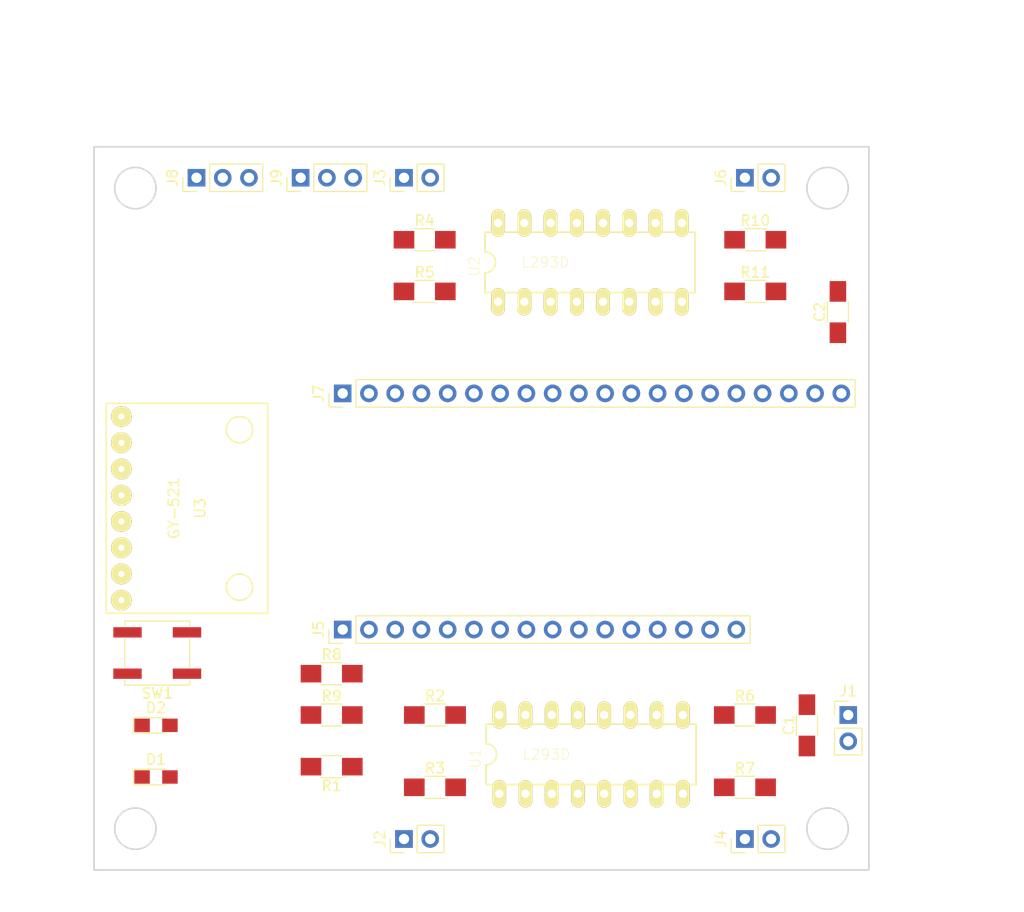
<source format=kicad_pcb>
(kicad_pcb (version 4) (host pcbnew 4.0.7)

  (general
    (links 0)
    (no_connects 55)
    (area 118.924999 70.924999 194.075001 141.075001)
    (thickness 1.6)
    (drawings 36)
    (tracks 0)
    (zones 0)
    (modules 28)
    (nets 50)
  )

  (page A4)
  (layers
    (0 F.Cu signal)
    (31 B.Cu signal)
    (32 B.Adhes user)
    (33 F.Adhes user)
    (34 B.Paste user)
    (35 F.Paste user)
    (36 B.SilkS user)
    (37 F.SilkS user)
    (38 B.Mask user)
    (39 F.Mask user)
    (40 Dwgs.User user)
    (41 Cmts.User user)
    (42 Eco1.User user)
    (43 Eco2.User user)
    (44 Edge.Cuts user)
    (45 Margin user)
    (46 B.CrtYd user)
    (47 F.CrtYd user)
    (48 B.Fab user)
    (49 F.Fab user)
  )

  (setup
    (last_trace_width 0.25)
    (user_trace_width 0.5)
    (trace_clearance 0.2)
    (zone_clearance 0.508)
    (zone_45_only no)
    (trace_min 0.2)
    (segment_width 0.2)
    (edge_width 0.15)
    (via_size 0.6)
    (via_drill 0.4)
    (via_min_size 0.4)
    (via_min_drill 0.3)
    (user_via 1.5 0.9)
    (uvia_size 0.3)
    (uvia_drill 0.1)
    (uvias_allowed no)
    (uvia_min_size 0.2)
    (uvia_min_drill 0.1)
    (pcb_text_width 0.3)
    (pcb_text_size 1.5 1.5)
    (mod_edge_width 0.15)
    (mod_text_size 1 1)
    (mod_text_width 0.15)
    (pad_size 1.524 1.524)
    (pad_drill 0.762)
    (pad_to_mask_clearance 0.2)
    (aux_axis_origin 0 0)
    (visible_elements 7FFFFFFF)
    (pcbplotparams
      (layerselection 0x00030_80000001)
      (usegerberextensions false)
      (excludeedgelayer true)
      (linewidth 0.100000)
      (plotframeref false)
      (viasonmask false)
      (mode 1)
      (useauxorigin false)
      (hpglpennumber 1)
      (hpglpenspeed 20)
      (hpglpendiameter 15)
      (hpglpenoverlay 2)
      (psnegative false)
      (psa4output false)
      (plotreference true)
      (plotvalue true)
      (plotinvisibletext false)
      (padsonsilk false)
      (subtractmaskfromsilk false)
      (outputformat 1)
      (mirror false)
      (drillshape 1)
      (scaleselection 1)
      (outputdirectory ""))
  )

  (net 0 "")
  (net 1 "Net-(D1-Pad1)")
  (net 2 BATT)
  (net 3 "Net-(D2-Pad1)")
  (net 4 "Net-(D2-Pad2)")
  (net 5 GND)
  (net 6 5V)
  (net 7 3V3)
  (net 8 "Net-(J4-Pad1)")
  (net 9 "Net-(J4-Pad2)")
  (net 10 "Net-(J6-Pad1)")
  (net 11 "Net-(J7-Pad1)")
  (net 12 EN1_A)
  (net 13 IN1_A)
  (net 14 IN2_A)
  (net 15 IN4_A)
  (net 16 IN3_A)
  (net 17 EN2_A)
  (net 18 DATA2)
  (net 19 DATA1)
  (net 20 IN1_B)
  (net 21 EN1_B)
  (net 22 IN4_B)
  (net 23 IN3_B)
  (net 24 EN2_B)
  (net 25 IN2_B)
  (net 26 "Net-(J3-Pad1)")
  (net 27 "Net-(J3-Pad2)")
  (net 28 "Net-(J2-Pad1)")
  (net 29 "Net-(J2-Pad2)")
  (net 30 "Net-(J5-Pad1)")
  (net 31 "Net-(J5-Pad2)")
  (net 32 "Net-(J6-Pad2)")
  (net 33 "Net-(J5-Pad5)")
  (net 34 "Net-(U3-Pad7)")
  (net 35 "Net-(U3-Pad8)")
  (net 36 "Net-(J7-Pad16)")
  (net 37 "Net-(J7-Pad15)")
  (net 38 "Net-(U3-Pad6)")
  (net 39 "Net-(U3-Pad5)")
  (net 40 "Net-(J5-Pad3)")
  (net 41 "Net-(J5-Pad4)")
  (net 42 "Net-(J5-Pad7)")
  (net 43 "Net-(J5-Pad8)")
  (net 44 "Net-(J7-Pad9)")
  (net 45 "Net-(J7-Pad13)")
  (net 46 "Net-(J7-Pad14)")
  (net 47 "Net-(J7-Pad17)")
  (net 48 "Net-(J7-Pad18)")
  (net 49 "Net-(J7-Pad19)")

  (net_class Default "Questo è il gruppo di collegamenti predefinito"
    (clearance 0.2)
    (trace_width 0.25)
    (via_dia 0.6)
    (via_drill 0.4)
    (uvia_dia 0.3)
    (uvia_drill 0.1)
    (add_net 3V3)
    (add_net 5V)
    (add_net BATT)
    (add_net DATA1)
    (add_net DATA2)
    (add_net EN1_A)
    (add_net EN1_B)
    (add_net EN2_A)
    (add_net EN2_B)
    (add_net GND)
    (add_net IN1_A)
    (add_net IN1_B)
    (add_net IN2_A)
    (add_net IN2_B)
    (add_net IN3_A)
    (add_net IN3_B)
    (add_net IN4_A)
    (add_net IN4_B)
    (add_net "Net-(D1-Pad1)")
    (add_net "Net-(D2-Pad1)")
    (add_net "Net-(D2-Pad2)")
    (add_net "Net-(J2-Pad1)")
    (add_net "Net-(J2-Pad2)")
    (add_net "Net-(J3-Pad1)")
    (add_net "Net-(J3-Pad2)")
    (add_net "Net-(J4-Pad1)")
    (add_net "Net-(J4-Pad2)")
    (add_net "Net-(J5-Pad1)")
    (add_net "Net-(J5-Pad2)")
    (add_net "Net-(J5-Pad3)")
    (add_net "Net-(J5-Pad4)")
    (add_net "Net-(J5-Pad5)")
    (add_net "Net-(J5-Pad7)")
    (add_net "Net-(J5-Pad8)")
    (add_net "Net-(J6-Pad1)")
    (add_net "Net-(J6-Pad2)")
    (add_net "Net-(J7-Pad1)")
    (add_net "Net-(J7-Pad13)")
    (add_net "Net-(J7-Pad14)")
    (add_net "Net-(J7-Pad15)")
    (add_net "Net-(J7-Pad16)")
    (add_net "Net-(J7-Pad17)")
    (add_net "Net-(J7-Pad18)")
    (add_net "Net-(J7-Pad19)")
    (add_net "Net-(J7-Pad9)")
    (add_net "Net-(U3-Pad5)")
    (add_net "Net-(U3-Pad6)")
    (add_net "Net-(U3-Pad7)")
    (add_net "Net-(U3-Pad8)")
  )

  (module Capacitors_SMD:C_1206_HandSoldering (layer F.Cu) (tedit 58AA84D1) (tstamp 5B055813)
    (at 188 127 90)
    (descr "Capacitor SMD 1206, hand soldering")
    (tags "capacitor 1206")
    (path /5B03EFAB)
    (attr smd)
    (fp_text reference C1 (at 0 -1.75 90) (layer F.SilkS)
      (effects (font (size 1 1) (thickness 0.15)))
    )
    (fp_text value C (at 0 2 90) (layer F.Fab)
      (effects (font (size 1 1) (thickness 0.15)))
    )
    (fp_text user %R (at 0 -1.75 90) (layer F.Fab)
      (effects (font (size 1 1) (thickness 0.15)))
    )
    (fp_line (start -1.6 0.8) (end -1.6 -0.8) (layer F.Fab) (width 0.1))
    (fp_line (start 1.6 0.8) (end -1.6 0.8) (layer F.Fab) (width 0.1))
    (fp_line (start 1.6 -0.8) (end 1.6 0.8) (layer F.Fab) (width 0.1))
    (fp_line (start -1.6 -0.8) (end 1.6 -0.8) (layer F.Fab) (width 0.1))
    (fp_line (start 1 -1.02) (end -1 -1.02) (layer F.SilkS) (width 0.12))
    (fp_line (start -1 1.02) (end 1 1.02) (layer F.SilkS) (width 0.12))
    (fp_line (start -3.25 -1.05) (end 3.25 -1.05) (layer F.CrtYd) (width 0.05))
    (fp_line (start -3.25 -1.05) (end -3.25 1.05) (layer F.CrtYd) (width 0.05))
    (fp_line (start 3.25 1.05) (end 3.25 -1.05) (layer F.CrtYd) (width 0.05))
    (fp_line (start 3.25 1.05) (end -3.25 1.05) (layer F.CrtYd) (width 0.05))
    (pad 1 smd rect (at -2 0 90) (size 2 1.6) (layers F.Cu F.Paste F.Mask)
      (net 2 BATT))
    (pad 2 smd rect (at 2 0 90) (size 2 1.6) (layers F.Cu F.Paste F.Mask)
      (net 5 GND))
    (model Capacitors_SMD.3dshapes/C_1206.wrl
      (at (xyz 0 0 0))
      (scale (xyz 1 1 1))
      (rotate (xyz 0 0 0))
    )
  )

  (module Capacitors_SMD:C_1206_HandSoldering (layer F.Cu) (tedit 58AA84D1) (tstamp 5B055819)
    (at 191 87 90)
    (descr "Capacitor SMD 1206, hand soldering")
    (tags "capacitor 1206")
    (path /5B054107)
    (attr smd)
    (fp_text reference C2 (at 0 -1.75 90) (layer F.SilkS)
      (effects (font (size 1 1) (thickness 0.15)))
    )
    (fp_text value C (at 0 2 90) (layer F.Fab)
      (effects (font (size 1 1) (thickness 0.15)))
    )
    (fp_text user %R (at 0 -1.75 90) (layer F.Fab)
      (effects (font (size 1 1) (thickness 0.15)))
    )
    (fp_line (start -1.6 0.8) (end -1.6 -0.8) (layer F.Fab) (width 0.1))
    (fp_line (start 1.6 0.8) (end -1.6 0.8) (layer F.Fab) (width 0.1))
    (fp_line (start 1.6 -0.8) (end 1.6 0.8) (layer F.Fab) (width 0.1))
    (fp_line (start -1.6 -0.8) (end 1.6 -0.8) (layer F.Fab) (width 0.1))
    (fp_line (start 1 -1.02) (end -1 -1.02) (layer F.SilkS) (width 0.12))
    (fp_line (start -1 1.02) (end 1 1.02) (layer F.SilkS) (width 0.12))
    (fp_line (start -3.25 -1.05) (end 3.25 -1.05) (layer F.CrtYd) (width 0.05))
    (fp_line (start -3.25 -1.05) (end -3.25 1.05) (layer F.CrtYd) (width 0.05))
    (fp_line (start 3.25 1.05) (end 3.25 -1.05) (layer F.CrtYd) (width 0.05))
    (fp_line (start 3.25 1.05) (end -3.25 1.05) (layer F.CrtYd) (width 0.05))
    (pad 1 smd rect (at -2 0 90) (size 2 1.6) (layers F.Cu F.Paste F.Mask)
      (net 6 5V))
    (pad 2 smd rect (at 2 0 90) (size 2 1.6) (layers F.Cu F.Paste F.Mask)
      (net 5 GND))
    (model Capacitors_SMD.3dshapes/C_1206.wrl
      (at (xyz 0 0 0))
      (scale (xyz 1 1 1))
      (rotate (xyz 0 0 0))
    )
  )

  (module LEDs:LED_0805_HandSoldering (layer F.Cu) (tedit 595FCA25) (tstamp 5B05581F)
    (at 125 132)
    (descr "Resistor SMD 0805, hand soldering")
    (tags "resistor 0805")
    (path /5B03ABE4)
    (attr smd)
    (fp_text reference D1 (at 0 -1.7) (layer F.SilkS)
      (effects (font (size 1 1) (thickness 0.15)))
    )
    (fp_text value LED (at 0 1.75) (layer F.Fab)
      (effects (font (size 1 1) (thickness 0.15)))
    )
    (fp_line (start -0.4 -0.4) (end -0.4 0.4) (layer F.Fab) (width 0.1))
    (fp_line (start -0.4 0) (end 0.2 -0.4) (layer F.Fab) (width 0.1))
    (fp_line (start 0.2 0.4) (end -0.4 0) (layer F.Fab) (width 0.1))
    (fp_line (start 0.2 -0.4) (end 0.2 0.4) (layer F.Fab) (width 0.1))
    (fp_line (start -1 0.62) (end -1 -0.62) (layer F.Fab) (width 0.1))
    (fp_line (start 1 0.62) (end -1 0.62) (layer F.Fab) (width 0.1))
    (fp_line (start 1 -0.62) (end 1 0.62) (layer F.Fab) (width 0.1))
    (fp_line (start -1 -0.62) (end 1 -0.62) (layer F.Fab) (width 0.1))
    (fp_line (start 1 0.75) (end -2.2 0.75) (layer F.SilkS) (width 0.12))
    (fp_line (start -2.2 -0.75) (end 1 -0.75) (layer F.SilkS) (width 0.12))
    (fp_line (start -2.35 -0.9) (end 2.35 -0.9) (layer F.CrtYd) (width 0.05))
    (fp_line (start -2.35 -0.9) (end -2.35 0.9) (layer F.CrtYd) (width 0.05))
    (fp_line (start 2.35 0.9) (end 2.35 -0.9) (layer F.CrtYd) (width 0.05))
    (fp_line (start 2.35 0.9) (end -2.35 0.9) (layer F.CrtYd) (width 0.05))
    (fp_line (start -2.2 -0.75) (end -2.2 0.75) (layer F.SilkS) (width 0.12))
    (pad 1 smd rect (at -1.35 0) (size 1.5 1.3) (layers F.Cu F.Paste F.Mask)
      (net 1 "Net-(D1-Pad1)"))
    (pad 2 smd rect (at 1.35 0) (size 1.5 1.3) (layers F.Cu F.Paste F.Mask)
      (net 2 BATT))
    (model ${KISYS3DMOD}/LEDs.3dshapes/LED_0805.wrl
      (at (xyz 0 0 0))
      (scale (xyz 1 1 1))
      (rotate (xyz 0 0 0))
    )
  )

  (module LEDs:LED_0805_HandSoldering (layer F.Cu) (tedit 595FCA25) (tstamp 5B055825)
    (at 125 127)
    (descr "Resistor SMD 0805, hand soldering")
    (tags "resistor 0805")
    (path /5B0382B4)
    (attr smd)
    (fp_text reference D2 (at 0 -1.7) (layer F.SilkS)
      (effects (font (size 1 1) (thickness 0.15)))
    )
    (fp_text value LED (at 0 1.75) (layer F.Fab)
      (effects (font (size 1 1) (thickness 0.15)))
    )
    (fp_line (start -0.4 -0.4) (end -0.4 0.4) (layer F.Fab) (width 0.1))
    (fp_line (start -0.4 0) (end 0.2 -0.4) (layer F.Fab) (width 0.1))
    (fp_line (start 0.2 0.4) (end -0.4 0) (layer F.Fab) (width 0.1))
    (fp_line (start 0.2 -0.4) (end 0.2 0.4) (layer F.Fab) (width 0.1))
    (fp_line (start -1 0.62) (end -1 -0.62) (layer F.Fab) (width 0.1))
    (fp_line (start 1 0.62) (end -1 0.62) (layer F.Fab) (width 0.1))
    (fp_line (start 1 -0.62) (end 1 0.62) (layer F.Fab) (width 0.1))
    (fp_line (start -1 -0.62) (end 1 -0.62) (layer F.Fab) (width 0.1))
    (fp_line (start 1 0.75) (end -2.2 0.75) (layer F.SilkS) (width 0.12))
    (fp_line (start -2.2 -0.75) (end 1 -0.75) (layer F.SilkS) (width 0.12))
    (fp_line (start -2.35 -0.9) (end 2.35 -0.9) (layer F.CrtYd) (width 0.05))
    (fp_line (start -2.35 -0.9) (end -2.35 0.9) (layer F.CrtYd) (width 0.05))
    (fp_line (start 2.35 0.9) (end 2.35 -0.9) (layer F.CrtYd) (width 0.05))
    (fp_line (start 2.35 0.9) (end -2.35 0.9) (layer F.CrtYd) (width 0.05))
    (fp_line (start -2.2 -0.75) (end -2.2 0.75) (layer F.SilkS) (width 0.12))
    (pad 1 smd rect (at -1.35 0) (size 1.5 1.3) (layers F.Cu F.Paste F.Mask)
      (net 3 "Net-(D2-Pad1)"))
    (pad 2 smd rect (at 1.35 0) (size 1.5 1.3) (layers F.Cu F.Paste F.Mask)
      (net 4 "Net-(D2-Pad2)"))
    (model ${KISYS3DMOD}/LEDs.3dshapes/LED_0805.wrl
      (at (xyz 0 0 0))
      (scale (xyz 1 1 1))
      (rotate (xyz 0 0 0))
    )
  )

  (module Pin_Headers:Pin_Header_Straight_1x02_Pitch2.54mm (layer F.Cu) (tedit 59650532) (tstamp 5B05582B)
    (at 192 126)
    (descr "Through hole straight pin header, 1x02, 2.54mm pitch, single row")
    (tags "Through hole pin header THT 1x02 2.54mm single row")
    (path /5B037C12)
    (fp_text reference J1 (at 0 -2.33) (layer F.SilkS)
      (effects (font (size 1 1) (thickness 0.15)))
    )
    (fp_text value Conn_01x02 (at 0 4.87) (layer F.Fab)
      (effects (font (size 1 1) (thickness 0.15)))
    )
    (fp_line (start -0.635 -1.27) (end 1.27 -1.27) (layer F.Fab) (width 0.1))
    (fp_line (start 1.27 -1.27) (end 1.27 3.81) (layer F.Fab) (width 0.1))
    (fp_line (start 1.27 3.81) (end -1.27 3.81) (layer F.Fab) (width 0.1))
    (fp_line (start -1.27 3.81) (end -1.27 -0.635) (layer F.Fab) (width 0.1))
    (fp_line (start -1.27 -0.635) (end -0.635 -1.27) (layer F.Fab) (width 0.1))
    (fp_line (start -1.33 3.87) (end 1.33 3.87) (layer F.SilkS) (width 0.12))
    (fp_line (start -1.33 1.27) (end -1.33 3.87) (layer F.SilkS) (width 0.12))
    (fp_line (start 1.33 1.27) (end 1.33 3.87) (layer F.SilkS) (width 0.12))
    (fp_line (start -1.33 1.27) (end 1.33 1.27) (layer F.SilkS) (width 0.12))
    (fp_line (start -1.33 0) (end -1.33 -1.33) (layer F.SilkS) (width 0.12))
    (fp_line (start -1.33 -1.33) (end 0 -1.33) (layer F.SilkS) (width 0.12))
    (fp_line (start -1.8 -1.8) (end -1.8 4.35) (layer F.CrtYd) (width 0.05))
    (fp_line (start -1.8 4.35) (end 1.8 4.35) (layer F.CrtYd) (width 0.05))
    (fp_line (start 1.8 4.35) (end 1.8 -1.8) (layer F.CrtYd) (width 0.05))
    (fp_line (start 1.8 -1.8) (end -1.8 -1.8) (layer F.CrtYd) (width 0.05))
    (fp_text user %R (at 0 1.27 90) (layer F.Fab)
      (effects (font (size 1 1) (thickness 0.15)))
    )
    (pad 1 thru_hole rect (at 0 0) (size 1.7 1.7) (drill 1) (layers *.Cu *.Mask)
      (net 2 BATT))
    (pad 2 thru_hole oval (at 0 2.54) (size 1.7 1.7) (drill 1) (layers *.Cu *.Mask)
      (net 5 GND))
    (model ${KISYS3DMOD}/Pin_Headers.3dshapes/Pin_Header_Straight_1x02_Pitch2.54mm.wrl
      (at (xyz 0 0 0))
      (scale (xyz 1 1 1))
      (rotate (xyz 0 0 0))
    )
  )

  (module Pin_Headers:Pin_Header_Straight_1x02_Pitch2.54mm (layer F.Cu) (tedit 59650532) (tstamp 5B055831)
    (at 149 138 90)
    (descr "Through hole straight pin header, 1x02, 2.54mm pitch, single row")
    (tags "Through hole pin header THT 1x02 2.54mm single row")
    (path /5B03776A)
    (fp_text reference J2 (at 0 -2.33 90) (layer F.SilkS)
      (effects (font (size 1 1) (thickness 0.15)))
    )
    (fp_text value Conn_01x02 (at 0 4.87 90) (layer F.Fab)
      (effects (font (size 1 1) (thickness 0.15)))
    )
    (fp_line (start -0.635 -1.27) (end 1.27 -1.27) (layer F.Fab) (width 0.1))
    (fp_line (start 1.27 -1.27) (end 1.27 3.81) (layer F.Fab) (width 0.1))
    (fp_line (start 1.27 3.81) (end -1.27 3.81) (layer F.Fab) (width 0.1))
    (fp_line (start -1.27 3.81) (end -1.27 -0.635) (layer F.Fab) (width 0.1))
    (fp_line (start -1.27 -0.635) (end -0.635 -1.27) (layer F.Fab) (width 0.1))
    (fp_line (start -1.33 3.87) (end 1.33 3.87) (layer F.SilkS) (width 0.12))
    (fp_line (start -1.33 1.27) (end -1.33 3.87) (layer F.SilkS) (width 0.12))
    (fp_line (start 1.33 1.27) (end 1.33 3.87) (layer F.SilkS) (width 0.12))
    (fp_line (start -1.33 1.27) (end 1.33 1.27) (layer F.SilkS) (width 0.12))
    (fp_line (start -1.33 0) (end -1.33 -1.33) (layer F.SilkS) (width 0.12))
    (fp_line (start -1.33 -1.33) (end 0 -1.33) (layer F.SilkS) (width 0.12))
    (fp_line (start -1.8 -1.8) (end -1.8 4.35) (layer F.CrtYd) (width 0.05))
    (fp_line (start -1.8 4.35) (end 1.8 4.35) (layer F.CrtYd) (width 0.05))
    (fp_line (start 1.8 4.35) (end 1.8 -1.8) (layer F.CrtYd) (width 0.05))
    (fp_line (start 1.8 -1.8) (end -1.8 -1.8) (layer F.CrtYd) (width 0.05))
    (fp_text user %R (at 0 1.27 180) (layer F.Fab)
      (effects (font (size 1 1) (thickness 0.15)))
    )
    (pad 1 thru_hole rect (at 0 0 90) (size 1.7 1.7) (drill 1) (layers *.Cu *.Mask)
      (net 28 "Net-(J2-Pad1)"))
    (pad 2 thru_hole oval (at 0 2.54 90) (size 1.7 1.7) (drill 1) (layers *.Cu *.Mask)
      (net 29 "Net-(J2-Pad2)"))
    (model ${KISYS3DMOD}/Pin_Headers.3dshapes/Pin_Header_Straight_1x02_Pitch2.54mm.wrl
      (at (xyz 0 0 0))
      (scale (xyz 1 1 1))
      (rotate (xyz 0 0 0))
    )
  )

  (module Pin_Headers:Pin_Header_Straight_1x02_Pitch2.54mm (layer F.Cu) (tedit 59650532) (tstamp 5B055837)
    (at 149 74 90)
    (descr "Through hole straight pin header, 1x02, 2.54mm pitch, single row")
    (tags "Through hole pin header THT 1x02 2.54mm single row")
    (path /5B034DEC)
    (fp_text reference J3 (at 0 -2.33 90) (layer F.SilkS)
      (effects (font (size 1 1) (thickness 0.15)))
    )
    (fp_text value Conn_01x02 (at 0 4.87 90) (layer F.Fab)
      (effects (font (size 1 1) (thickness 0.15)))
    )
    (fp_line (start -0.635 -1.27) (end 1.27 -1.27) (layer F.Fab) (width 0.1))
    (fp_line (start 1.27 -1.27) (end 1.27 3.81) (layer F.Fab) (width 0.1))
    (fp_line (start 1.27 3.81) (end -1.27 3.81) (layer F.Fab) (width 0.1))
    (fp_line (start -1.27 3.81) (end -1.27 -0.635) (layer F.Fab) (width 0.1))
    (fp_line (start -1.27 -0.635) (end -0.635 -1.27) (layer F.Fab) (width 0.1))
    (fp_line (start -1.33 3.87) (end 1.33 3.87) (layer F.SilkS) (width 0.12))
    (fp_line (start -1.33 1.27) (end -1.33 3.87) (layer F.SilkS) (width 0.12))
    (fp_line (start 1.33 1.27) (end 1.33 3.87) (layer F.SilkS) (width 0.12))
    (fp_line (start -1.33 1.27) (end 1.33 1.27) (layer F.SilkS) (width 0.12))
    (fp_line (start -1.33 0) (end -1.33 -1.33) (layer F.SilkS) (width 0.12))
    (fp_line (start -1.33 -1.33) (end 0 -1.33) (layer F.SilkS) (width 0.12))
    (fp_line (start -1.8 -1.8) (end -1.8 4.35) (layer F.CrtYd) (width 0.05))
    (fp_line (start -1.8 4.35) (end 1.8 4.35) (layer F.CrtYd) (width 0.05))
    (fp_line (start 1.8 4.35) (end 1.8 -1.8) (layer F.CrtYd) (width 0.05))
    (fp_line (start 1.8 -1.8) (end -1.8 -1.8) (layer F.CrtYd) (width 0.05))
    (fp_text user %R (at 0 1.27 180) (layer F.Fab)
      (effects (font (size 1 1) (thickness 0.15)))
    )
    (pad 1 thru_hole rect (at 0 0 90) (size 1.7 1.7) (drill 1) (layers *.Cu *.Mask)
      (net 26 "Net-(J3-Pad1)"))
    (pad 2 thru_hole oval (at 0 2.54 90) (size 1.7 1.7) (drill 1) (layers *.Cu *.Mask)
      (net 27 "Net-(J3-Pad2)"))
    (model ${KISYS3DMOD}/Pin_Headers.3dshapes/Pin_Header_Straight_1x02_Pitch2.54mm.wrl
      (at (xyz 0 0 0))
      (scale (xyz 1 1 1))
      (rotate (xyz 0 0 0))
    )
  )

  (module Pin_Headers:Pin_Header_Straight_1x02_Pitch2.54mm (layer F.Cu) (tedit 59650532) (tstamp 5B05583D)
    (at 182 138 90)
    (descr "Through hole straight pin header, 1x02, 2.54mm pitch, single row")
    (tags "Through hole pin header THT 1x02 2.54mm single row")
    (path /5B036CAE)
    (fp_text reference J4 (at 0 -2.33 90) (layer F.SilkS)
      (effects (font (size 1 1) (thickness 0.15)))
    )
    (fp_text value Conn_01x02 (at 0 4.87 90) (layer F.Fab)
      (effects (font (size 1 1) (thickness 0.15)))
    )
    (fp_line (start -0.635 -1.27) (end 1.27 -1.27) (layer F.Fab) (width 0.1))
    (fp_line (start 1.27 -1.27) (end 1.27 3.81) (layer F.Fab) (width 0.1))
    (fp_line (start 1.27 3.81) (end -1.27 3.81) (layer F.Fab) (width 0.1))
    (fp_line (start -1.27 3.81) (end -1.27 -0.635) (layer F.Fab) (width 0.1))
    (fp_line (start -1.27 -0.635) (end -0.635 -1.27) (layer F.Fab) (width 0.1))
    (fp_line (start -1.33 3.87) (end 1.33 3.87) (layer F.SilkS) (width 0.12))
    (fp_line (start -1.33 1.27) (end -1.33 3.87) (layer F.SilkS) (width 0.12))
    (fp_line (start 1.33 1.27) (end 1.33 3.87) (layer F.SilkS) (width 0.12))
    (fp_line (start -1.33 1.27) (end 1.33 1.27) (layer F.SilkS) (width 0.12))
    (fp_line (start -1.33 0) (end -1.33 -1.33) (layer F.SilkS) (width 0.12))
    (fp_line (start -1.33 -1.33) (end 0 -1.33) (layer F.SilkS) (width 0.12))
    (fp_line (start -1.8 -1.8) (end -1.8 4.35) (layer F.CrtYd) (width 0.05))
    (fp_line (start -1.8 4.35) (end 1.8 4.35) (layer F.CrtYd) (width 0.05))
    (fp_line (start 1.8 4.35) (end 1.8 -1.8) (layer F.CrtYd) (width 0.05))
    (fp_line (start 1.8 -1.8) (end -1.8 -1.8) (layer F.CrtYd) (width 0.05))
    (fp_text user %R (at 0 1.27 180) (layer F.Fab)
      (effects (font (size 1 1) (thickness 0.15)))
    )
    (pad 1 thru_hole rect (at 0 0 90) (size 1.7 1.7) (drill 1) (layers *.Cu *.Mask)
      (net 8 "Net-(J4-Pad1)"))
    (pad 2 thru_hole oval (at 0 2.54 90) (size 1.7 1.7) (drill 1) (layers *.Cu *.Mask)
      (net 9 "Net-(J4-Pad2)"))
    (model ${KISYS3DMOD}/Pin_Headers.3dshapes/Pin_Header_Straight_1x02_Pitch2.54mm.wrl
      (at (xyz 0 0 0))
      (scale (xyz 1 1 1))
      (rotate (xyz 0 0 0))
    )
  )

  (module Socket_Strips:Socket_Strip_Straight_1x16_Pitch2.54mm (layer F.Cu) (tedit 58CD5446) (tstamp 5B055851)
    (at 143.07 117.73 90)
    (descr "Through hole straight socket strip, 1x16, 2.54mm pitch, single row")
    (tags "Through hole socket strip THT 1x16 2.54mm single row")
    (path /5B053A6F)
    (fp_text reference J5 (at 0 -2.33 90) (layer F.SilkS)
      (effects (font (size 1 1) (thickness 0.15)))
    )
    (fp_text value Conn_01x16_Female (at 0 40.43 90) (layer F.Fab)
      (effects (font (size 1 1) (thickness 0.15)))
    )
    (fp_line (start -1.27 -1.27) (end -1.27 39.37) (layer F.Fab) (width 0.1))
    (fp_line (start -1.27 39.37) (end 1.27 39.37) (layer F.Fab) (width 0.1))
    (fp_line (start 1.27 39.37) (end 1.27 -1.27) (layer F.Fab) (width 0.1))
    (fp_line (start 1.27 -1.27) (end -1.27 -1.27) (layer F.Fab) (width 0.1))
    (fp_line (start -1.33 1.27) (end -1.33 39.43) (layer F.SilkS) (width 0.12))
    (fp_line (start -1.33 39.43) (end 1.33 39.43) (layer F.SilkS) (width 0.12))
    (fp_line (start 1.33 39.43) (end 1.33 1.27) (layer F.SilkS) (width 0.12))
    (fp_line (start 1.33 1.27) (end -1.33 1.27) (layer F.SilkS) (width 0.12))
    (fp_line (start -1.33 0) (end -1.33 -1.33) (layer F.SilkS) (width 0.12))
    (fp_line (start -1.33 -1.33) (end 0 -1.33) (layer F.SilkS) (width 0.12))
    (fp_line (start -1.8 -1.8) (end -1.8 39.9) (layer F.CrtYd) (width 0.05))
    (fp_line (start -1.8 39.9) (end 1.8 39.9) (layer F.CrtYd) (width 0.05))
    (fp_line (start 1.8 39.9) (end 1.8 -1.8) (layer F.CrtYd) (width 0.05))
    (fp_line (start 1.8 -1.8) (end -1.8 -1.8) (layer F.CrtYd) (width 0.05))
    (fp_text user %R (at 0 -2.33 90) (layer F.Fab)
      (effects (font (size 1 1) (thickness 0.15)))
    )
    (pad 1 thru_hole rect (at 0 0 90) (size 1.7 1.7) (drill 1) (layers *.Cu *.Mask)
      (net 30 "Net-(J5-Pad1)"))
    (pad 2 thru_hole oval (at 0 2.54 90) (size 1.7 1.7) (drill 1) (layers *.Cu *.Mask)
      (net 31 "Net-(J5-Pad2)"))
    (pad 3 thru_hole oval (at 0 5.08 90) (size 1.7 1.7) (drill 1) (layers *.Cu *.Mask)
      (net 40 "Net-(J5-Pad3)"))
    (pad 4 thru_hole oval (at 0 7.62 90) (size 1.7 1.7) (drill 1) (layers *.Cu *.Mask)
      (net 41 "Net-(J5-Pad4)"))
    (pad 5 thru_hole oval (at 0 10.16 90) (size 1.7 1.7) (drill 1) (layers *.Cu *.Mask)
      (net 33 "Net-(J5-Pad5)"))
    (pad 6 thru_hole oval (at 0 12.7 90) (size 1.7 1.7) (drill 1) (layers *.Cu *.Mask)
      (net 4 "Net-(D2-Pad2)"))
    (pad 7 thru_hole oval (at 0 15.24 90) (size 1.7 1.7) (drill 1) (layers *.Cu *.Mask)
      (net 42 "Net-(J5-Pad7)"))
    (pad 8 thru_hole oval (at 0 17.78 90) (size 1.7 1.7) (drill 1) (layers *.Cu *.Mask)
      (net 43 "Net-(J5-Pad8)"))
    (pad 9 thru_hole oval (at 0 20.32 90) (size 1.7 1.7) (drill 1) (layers *.Cu *.Mask)
      (net 12 EN1_A))
    (pad 10 thru_hole oval (at 0 22.86 90) (size 1.7 1.7) (drill 1) (layers *.Cu *.Mask)
      (net 13 IN1_A))
    (pad 11 thru_hole oval (at 0 25.4 90) (size 1.7 1.7) (drill 1) (layers *.Cu *.Mask)
      (net 14 IN2_A))
    (pad 12 thru_hole oval (at 0 27.94 90) (size 1.7 1.7) (drill 1) (layers *.Cu *.Mask)
      (net 15 IN4_A))
    (pad 13 thru_hole oval (at 0 30.48 90) (size 1.7 1.7) (drill 1) (layers *.Cu *.Mask)
      (net 16 IN3_A))
    (pad 14 thru_hole oval (at 0 33.02 90) (size 1.7 1.7) (drill 1) (layers *.Cu *.Mask)
      (net 17 EN2_A))
    (pad 15 thru_hole oval (at 0 35.56 90) (size 1.7 1.7) (drill 1) (layers *.Cu *.Mask)
      (net 6 5V))
    (pad 16 thru_hole oval (at 0 38.1 90) (size 1.7 1.7) (drill 1) (layers *.Cu *.Mask)
      (net 5 GND))
    (model ${KISYS3DMOD}/Socket_Strips.3dshapes/Socket_Strip_Straight_1x16_Pitch2.54mm.wrl
      (at (xyz 0 -0.75 0))
      (scale (xyz 1 1 1))
      (rotate (xyz 0 0 270))
    )
  )

  (module Pin_Headers:Pin_Header_Straight_1x02_Pitch2.54mm (layer F.Cu) (tedit 59650532) (tstamp 5B055857)
    (at 182 74 90)
    (descr "Through hole straight pin header, 1x02, 2.54mm pitch, single row")
    (tags "Through hole pin header THT 1x02 2.54mm single row")
    (path /5B034C51)
    (fp_text reference J6 (at 0 -2.33 90) (layer F.SilkS)
      (effects (font (size 1 1) (thickness 0.15)))
    )
    (fp_text value Conn_01x02 (at 0 4.87 90) (layer F.Fab)
      (effects (font (size 1 1) (thickness 0.15)))
    )
    (fp_line (start -0.635 -1.27) (end 1.27 -1.27) (layer F.Fab) (width 0.1))
    (fp_line (start 1.27 -1.27) (end 1.27 3.81) (layer F.Fab) (width 0.1))
    (fp_line (start 1.27 3.81) (end -1.27 3.81) (layer F.Fab) (width 0.1))
    (fp_line (start -1.27 3.81) (end -1.27 -0.635) (layer F.Fab) (width 0.1))
    (fp_line (start -1.27 -0.635) (end -0.635 -1.27) (layer F.Fab) (width 0.1))
    (fp_line (start -1.33 3.87) (end 1.33 3.87) (layer F.SilkS) (width 0.12))
    (fp_line (start -1.33 1.27) (end -1.33 3.87) (layer F.SilkS) (width 0.12))
    (fp_line (start 1.33 1.27) (end 1.33 3.87) (layer F.SilkS) (width 0.12))
    (fp_line (start -1.33 1.27) (end 1.33 1.27) (layer F.SilkS) (width 0.12))
    (fp_line (start -1.33 0) (end -1.33 -1.33) (layer F.SilkS) (width 0.12))
    (fp_line (start -1.33 -1.33) (end 0 -1.33) (layer F.SilkS) (width 0.12))
    (fp_line (start -1.8 -1.8) (end -1.8 4.35) (layer F.CrtYd) (width 0.05))
    (fp_line (start -1.8 4.35) (end 1.8 4.35) (layer F.CrtYd) (width 0.05))
    (fp_line (start 1.8 4.35) (end 1.8 -1.8) (layer F.CrtYd) (width 0.05))
    (fp_line (start 1.8 -1.8) (end -1.8 -1.8) (layer F.CrtYd) (width 0.05))
    (fp_text user %R (at 0 1.27 180) (layer F.Fab)
      (effects (font (size 1 1) (thickness 0.15)))
    )
    (pad 1 thru_hole rect (at 0 0 90) (size 1.7 1.7) (drill 1) (layers *.Cu *.Mask)
      (net 10 "Net-(J6-Pad1)"))
    (pad 2 thru_hole oval (at 0 2.54 90) (size 1.7 1.7) (drill 1) (layers *.Cu *.Mask)
      (net 32 "Net-(J6-Pad2)"))
    (model ${KISYS3DMOD}/Pin_Headers.3dshapes/Pin_Header_Straight_1x02_Pitch2.54mm.wrl
      (at (xyz 0 0 0))
      (scale (xyz 1 1 1))
      (rotate (xyz 0 0 0))
    )
  )

  (module Socket_Strips:Socket_Strip_Straight_1x20_Pitch2.54mm (layer F.Cu) (tedit 58CD5447) (tstamp 5B05586F)
    (at 143.07 94.87 90)
    (descr "Through hole straight socket strip, 1x20, 2.54mm pitch, single row")
    (tags "Through hole socket strip THT 1x20 2.54mm single row")
    (path /5B03D2A3)
    (fp_text reference J7 (at 0 -2.33 90) (layer F.SilkS)
      (effects (font (size 1 1) (thickness 0.15)))
    )
    (fp_text value Conn_01x20_Female (at 0 50.59 90) (layer F.Fab)
      (effects (font (size 1 1) (thickness 0.15)))
    )
    (fp_line (start -1.27 -1.27) (end -1.27 49.53) (layer F.Fab) (width 0.1))
    (fp_line (start -1.27 49.53) (end 1.27 49.53) (layer F.Fab) (width 0.1))
    (fp_line (start 1.27 49.53) (end 1.27 -1.27) (layer F.Fab) (width 0.1))
    (fp_line (start 1.27 -1.27) (end -1.27 -1.27) (layer F.Fab) (width 0.1))
    (fp_line (start -1.33 1.27) (end -1.33 49.59) (layer F.SilkS) (width 0.12))
    (fp_line (start -1.33 49.59) (end 1.33 49.59) (layer F.SilkS) (width 0.12))
    (fp_line (start 1.33 49.59) (end 1.33 1.27) (layer F.SilkS) (width 0.12))
    (fp_line (start 1.33 1.27) (end -1.33 1.27) (layer F.SilkS) (width 0.12))
    (fp_line (start -1.33 0) (end -1.33 -1.33) (layer F.SilkS) (width 0.12))
    (fp_line (start -1.33 -1.33) (end 0 -1.33) (layer F.SilkS) (width 0.12))
    (fp_line (start -1.8 -1.8) (end -1.8 50.05) (layer F.CrtYd) (width 0.05))
    (fp_line (start -1.8 50.05) (end 1.8 50.05) (layer F.CrtYd) (width 0.05))
    (fp_line (start 1.8 50.05) (end 1.8 -1.8) (layer F.CrtYd) (width 0.05))
    (fp_line (start 1.8 -1.8) (end -1.8 -1.8) (layer F.CrtYd) (width 0.05))
    (fp_text user %R (at 0 -2.33 90) (layer F.Fab)
      (effects (font (size 1 1) (thickness 0.15)))
    )
    (pad 1 thru_hole rect (at 0 0 90) (size 1.7 1.7) (drill 1) (layers *.Cu *.Mask)
      (net 11 "Net-(J7-Pad1)"))
    (pad 2 thru_hole oval (at 0 2.54 90) (size 1.7 1.7) (drill 1) (layers *.Cu *.Mask)
      (net 18 DATA2))
    (pad 3 thru_hole oval (at 0 5.08 90) (size 1.7 1.7) (drill 1) (layers *.Cu *.Mask)
      (net 5 GND))
    (pad 4 thru_hole oval (at 0 7.62 90) (size 1.7 1.7) (drill 1) (layers *.Cu *.Mask)
      (net 19 DATA1))
    (pad 5 thru_hole oval (at 0 10.16 90) (size 1.7 1.7) (drill 1) (layers *.Cu *.Mask)
      (net 20 IN1_B))
    (pad 6 thru_hole oval (at 0 12.7 90) (size 1.7 1.7) (drill 1) (layers *.Cu *.Mask)
      (net 21 EN1_B))
    (pad 7 thru_hole oval (at 0 15.24 90) (size 1.7 1.7) (drill 1) (layers *.Cu *.Mask)
      (net 22 IN4_B))
    (pad 8 thru_hole oval (at 0 17.78 90) (size 1.7 1.7) (drill 1) (layers *.Cu *.Mask)
      (net 7 3V3))
    (pad 9 thru_hole oval (at 0 20.32 90) (size 1.7 1.7) (drill 1) (layers *.Cu *.Mask)
      (net 44 "Net-(J7-Pad9)"))
    (pad 10 thru_hole oval (at 0 22.86 90) (size 1.7 1.7) (drill 1) (layers *.Cu *.Mask)
      (net 23 IN3_B))
    (pad 11 thru_hole oval (at 0 25.4 90) (size 1.7 1.7) (drill 1) (layers *.Cu *.Mask)
      (net 24 EN2_B))
    (pad 12 thru_hole oval (at 0 27.94 90) (size 1.7 1.7) (drill 1) (layers *.Cu *.Mask)
      (net 25 IN2_B))
    (pad 13 thru_hole oval (at 0 30.48 90) (size 1.7 1.7) (drill 1) (layers *.Cu *.Mask)
      (net 45 "Net-(J7-Pad13)"))
    (pad 14 thru_hole oval (at 0 33.02 90) (size 1.7 1.7) (drill 1) (layers *.Cu *.Mask)
      (net 46 "Net-(J7-Pad14)"))
    (pad 15 thru_hole oval (at 0 35.56 90) (size 1.7 1.7) (drill 1) (layers *.Cu *.Mask)
      (net 37 "Net-(J7-Pad15)"))
    (pad 16 thru_hole oval (at 0 38.1 90) (size 1.7 1.7) (drill 1) (layers *.Cu *.Mask)
      (net 36 "Net-(J7-Pad16)"))
    (pad 17 thru_hole oval (at 0 40.64 90) (size 1.7 1.7) (drill 1) (layers *.Cu *.Mask)
      (net 47 "Net-(J7-Pad17)"))
    (pad 18 thru_hole oval (at 0 43.18 90) (size 1.7 1.7) (drill 1) (layers *.Cu *.Mask)
      (net 48 "Net-(J7-Pad18)"))
    (pad 19 thru_hole oval (at 0 45.72 90) (size 1.7 1.7) (drill 1) (layers *.Cu *.Mask)
      (net 49 "Net-(J7-Pad19)"))
    (pad 20 thru_hole oval (at 0 48.26 90) (size 1.7 1.7) (drill 1) (layers *.Cu *.Mask)
      (net 5 GND))
    (model ${KISYS3DMOD}/Socket_Strips.3dshapes/Socket_Strip_Straight_1x20_Pitch2.54mm.wrl
      (at (xyz 0 -0.95 0))
      (scale (xyz 1 1 1))
      (rotate (xyz 0 0 270))
    )
  )

  (module Pin_Headers:Pin_Header_Straight_1x03_Pitch2.54mm (layer F.Cu) (tedit 59650532) (tstamp 5B055876)
    (at 128.92 74 90)
    (descr "Through hole straight pin header, 1x03, 2.54mm pitch, single row")
    (tags "Through hole pin header THT 1x03 2.54mm single row")
    (path /5B03974B)
    (fp_text reference J8 (at 0 -2.33 90) (layer F.SilkS)
      (effects (font (size 1 1) (thickness 0.15)))
    )
    (fp_text value Conn_01x03 (at 0 7.41 90) (layer F.Fab)
      (effects (font (size 1 1) (thickness 0.15)))
    )
    (fp_line (start -0.635 -1.27) (end 1.27 -1.27) (layer F.Fab) (width 0.1))
    (fp_line (start 1.27 -1.27) (end 1.27 6.35) (layer F.Fab) (width 0.1))
    (fp_line (start 1.27 6.35) (end -1.27 6.35) (layer F.Fab) (width 0.1))
    (fp_line (start -1.27 6.35) (end -1.27 -0.635) (layer F.Fab) (width 0.1))
    (fp_line (start -1.27 -0.635) (end -0.635 -1.27) (layer F.Fab) (width 0.1))
    (fp_line (start -1.33 6.41) (end 1.33 6.41) (layer F.SilkS) (width 0.12))
    (fp_line (start -1.33 1.27) (end -1.33 6.41) (layer F.SilkS) (width 0.12))
    (fp_line (start 1.33 1.27) (end 1.33 6.41) (layer F.SilkS) (width 0.12))
    (fp_line (start -1.33 1.27) (end 1.33 1.27) (layer F.SilkS) (width 0.12))
    (fp_line (start -1.33 0) (end -1.33 -1.33) (layer F.SilkS) (width 0.12))
    (fp_line (start -1.33 -1.33) (end 0 -1.33) (layer F.SilkS) (width 0.12))
    (fp_line (start -1.8 -1.8) (end -1.8 6.85) (layer F.CrtYd) (width 0.05))
    (fp_line (start -1.8 6.85) (end 1.8 6.85) (layer F.CrtYd) (width 0.05))
    (fp_line (start 1.8 6.85) (end 1.8 -1.8) (layer F.CrtYd) (width 0.05))
    (fp_line (start 1.8 -1.8) (end -1.8 -1.8) (layer F.CrtYd) (width 0.05))
    (fp_text user %R (at 0 2.54 180) (layer F.Fab)
      (effects (font (size 1 1) (thickness 0.15)))
    )
    (pad 1 thru_hole rect (at 0 0 90) (size 1.7 1.7) (drill 1) (layers *.Cu *.Mask)
      (net 7 3V3))
    (pad 2 thru_hole oval (at 0 2.54 90) (size 1.7 1.7) (drill 1) (layers *.Cu *.Mask)
      (net 18 DATA2))
    (pad 3 thru_hole oval (at 0 5.08 90) (size 1.7 1.7) (drill 1) (layers *.Cu *.Mask)
      (net 5 GND))
    (model ${KISYS3DMOD}/Pin_Headers.3dshapes/Pin_Header_Straight_1x03_Pitch2.54mm.wrl
      (at (xyz 0 0 0))
      (scale (xyz 1 1 1))
      (rotate (xyz 0 0 0))
    )
  )

  (module Pin_Headers:Pin_Header_Straight_1x03_Pitch2.54mm (layer F.Cu) (tedit 59650532) (tstamp 5B05587D)
    (at 139 74 90)
    (descr "Through hole straight pin header, 1x03, 2.54mm pitch, single row")
    (tags "Through hole pin header THT 1x03 2.54mm single row")
    (path /5B03965C)
    (fp_text reference J9 (at 0 -2.33 90) (layer F.SilkS)
      (effects (font (size 1 1) (thickness 0.15)))
    )
    (fp_text value Conn_01x03 (at 0 7.41 90) (layer F.Fab)
      (effects (font (size 1 1) (thickness 0.15)))
    )
    (fp_line (start -0.635 -1.27) (end 1.27 -1.27) (layer F.Fab) (width 0.1))
    (fp_line (start 1.27 -1.27) (end 1.27 6.35) (layer F.Fab) (width 0.1))
    (fp_line (start 1.27 6.35) (end -1.27 6.35) (layer F.Fab) (width 0.1))
    (fp_line (start -1.27 6.35) (end -1.27 -0.635) (layer F.Fab) (width 0.1))
    (fp_line (start -1.27 -0.635) (end -0.635 -1.27) (layer F.Fab) (width 0.1))
    (fp_line (start -1.33 6.41) (end 1.33 6.41) (layer F.SilkS) (width 0.12))
    (fp_line (start -1.33 1.27) (end -1.33 6.41) (layer F.SilkS) (width 0.12))
    (fp_line (start 1.33 1.27) (end 1.33 6.41) (layer F.SilkS) (width 0.12))
    (fp_line (start -1.33 1.27) (end 1.33 1.27) (layer F.SilkS) (width 0.12))
    (fp_line (start -1.33 0) (end -1.33 -1.33) (layer F.SilkS) (width 0.12))
    (fp_line (start -1.33 -1.33) (end 0 -1.33) (layer F.SilkS) (width 0.12))
    (fp_line (start -1.8 -1.8) (end -1.8 6.85) (layer F.CrtYd) (width 0.05))
    (fp_line (start -1.8 6.85) (end 1.8 6.85) (layer F.CrtYd) (width 0.05))
    (fp_line (start 1.8 6.85) (end 1.8 -1.8) (layer F.CrtYd) (width 0.05))
    (fp_line (start 1.8 -1.8) (end -1.8 -1.8) (layer F.CrtYd) (width 0.05))
    (fp_text user %R (at 0 2.54 180) (layer F.Fab)
      (effects (font (size 1 1) (thickness 0.15)))
    )
    (pad 1 thru_hole rect (at 0 0 90) (size 1.7 1.7) (drill 1) (layers *.Cu *.Mask)
      (net 7 3V3))
    (pad 2 thru_hole oval (at 0 2.54 90) (size 1.7 1.7) (drill 1) (layers *.Cu *.Mask)
      (net 19 DATA1))
    (pad 3 thru_hole oval (at 0 5.08 90) (size 1.7 1.7) (drill 1) (layers *.Cu *.Mask)
      (net 5 GND))
    (model ${KISYS3DMOD}/Pin_Headers.3dshapes/Pin_Header_Straight_1x03_Pitch2.54mm.wrl
      (at (xyz 0 0 0))
      (scale (xyz 1 1 1))
      (rotate (xyz 0 0 0))
    )
  )

  (module Resistors_SMD:R_1206_HandSoldering (layer F.Cu) (tedit 58E0A804) (tstamp 5B055883)
    (at 142 131 180)
    (descr "Resistor SMD 1206, hand soldering")
    (tags "resistor 1206")
    (path /5B03AD74)
    (attr smd)
    (fp_text reference R1 (at 0 -1.85 180) (layer F.SilkS)
      (effects (font (size 1 1) (thickness 0.15)))
    )
    (fp_text value R (at 0 1.9 180) (layer F.Fab)
      (effects (font (size 1 1) (thickness 0.15)))
    )
    (fp_text user %R (at 0 0 180) (layer F.Fab)
      (effects (font (size 0.7 0.7) (thickness 0.105)))
    )
    (fp_line (start -1.6 0.8) (end -1.6 -0.8) (layer F.Fab) (width 0.1))
    (fp_line (start 1.6 0.8) (end -1.6 0.8) (layer F.Fab) (width 0.1))
    (fp_line (start 1.6 -0.8) (end 1.6 0.8) (layer F.Fab) (width 0.1))
    (fp_line (start -1.6 -0.8) (end 1.6 -0.8) (layer F.Fab) (width 0.1))
    (fp_line (start 1 1.07) (end -1 1.07) (layer F.SilkS) (width 0.12))
    (fp_line (start -1 -1.07) (end 1 -1.07) (layer F.SilkS) (width 0.12))
    (fp_line (start -3.25 -1.11) (end 3.25 -1.11) (layer F.CrtYd) (width 0.05))
    (fp_line (start -3.25 -1.11) (end -3.25 1.1) (layer F.CrtYd) (width 0.05))
    (fp_line (start 3.25 1.1) (end 3.25 -1.11) (layer F.CrtYd) (width 0.05))
    (fp_line (start 3.25 1.1) (end -3.25 1.1) (layer F.CrtYd) (width 0.05))
    (pad 1 smd rect (at -2 0 180) (size 2 1.7) (layers F.Cu F.Paste F.Mask)
      (net 5 GND))
    (pad 2 smd rect (at 2 0 180) (size 2 1.7) (layers F.Cu F.Paste F.Mask)
      (net 1 "Net-(D1-Pad1)"))
    (model ${KISYS3DMOD}/Resistors_SMD.3dshapes/R_1206.wrl
      (at (xyz 0 0 0))
      (scale (xyz 1 1 1))
      (rotate (xyz 0 0 0))
    )
  )

  (module Resistors_SMD:R_1206_HandSoldering (layer F.Cu) (tedit 58E0A804) (tstamp 5B055889)
    (at 152 126)
    (descr "Resistor SMD 1206, hand soldering")
    (tags "resistor 1206")
    (path /5B056857)
    (attr smd)
    (fp_text reference R2 (at 0 -1.85) (layer F.SilkS)
      (effects (font (size 1 1) (thickness 0.15)))
    )
    (fp_text value R (at 0 1.9) (layer F.Fab)
      (effects (font (size 1 1) (thickness 0.15)))
    )
    (fp_text user %R (at 0 0) (layer F.Fab)
      (effects (font (size 0.7 0.7) (thickness 0.105)))
    )
    (fp_line (start -1.6 0.8) (end -1.6 -0.8) (layer F.Fab) (width 0.1))
    (fp_line (start 1.6 0.8) (end -1.6 0.8) (layer F.Fab) (width 0.1))
    (fp_line (start 1.6 -0.8) (end 1.6 0.8) (layer F.Fab) (width 0.1))
    (fp_line (start -1.6 -0.8) (end 1.6 -0.8) (layer F.Fab) (width 0.1))
    (fp_line (start 1 1.07) (end -1 1.07) (layer F.SilkS) (width 0.12))
    (fp_line (start -1 -1.07) (end 1 -1.07) (layer F.SilkS) (width 0.12))
    (fp_line (start -3.25 -1.11) (end 3.25 -1.11) (layer F.CrtYd) (width 0.05))
    (fp_line (start -3.25 -1.11) (end -3.25 1.1) (layer F.CrtYd) (width 0.05))
    (fp_line (start 3.25 1.1) (end 3.25 -1.11) (layer F.CrtYd) (width 0.05))
    (fp_line (start 3.25 1.1) (end -3.25 1.1) (layer F.CrtYd) (width 0.05))
    (pad 1 smd rect (at -2 0) (size 2 1.7) (layers F.Cu F.Paste F.Mask)
      (net 5 GND))
    (pad 2 smd rect (at 2 0) (size 2 1.7) (layers F.Cu F.Paste F.Mask)
      (net 13 IN1_A))
    (model ${KISYS3DMOD}/Resistors_SMD.3dshapes/R_1206.wrl
      (at (xyz 0 0 0))
      (scale (xyz 1 1 1))
      (rotate (xyz 0 0 0))
    )
  )

  (module Resistors_SMD:R_1206_HandSoldering (layer F.Cu) (tedit 58E0A804) (tstamp 5B05588F)
    (at 152 133)
    (descr "Resistor SMD 1206, hand soldering")
    (tags "resistor 1206")
    (path /5B0572B7)
    (attr smd)
    (fp_text reference R3 (at 0 -1.85) (layer F.SilkS)
      (effects (font (size 1 1) (thickness 0.15)))
    )
    (fp_text value R (at 0 1.9) (layer F.Fab)
      (effects (font (size 1 1) (thickness 0.15)))
    )
    (fp_text user %R (at 0 0) (layer F.Fab)
      (effects (font (size 0.7 0.7) (thickness 0.105)))
    )
    (fp_line (start -1.6 0.8) (end -1.6 -0.8) (layer F.Fab) (width 0.1))
    (fp_line (start 1.6 0.8) (end -1.6 0.8) (layer F.Fab) (width 0.1))
    (fp_line (start 1.6 -0.8) (end 1.6 0.8) (layer F.Fab) (width 0.1))
    (fp_line (start -1.6 -0.8) (end 1.6 -0.8) (layer F.Fab) (width 0.1))
    (fp_line (start 1 1.07) (end -1 1.07) (layer F.SilkS) (width 0.12))
    (fp_line (start -1 -1.07) (end 1 -1.07) (layer F.SilkS) (width 0.12))
    (fp_line (start -3.25 -1.11) (end 3.25 -1.11) (layer F.CrtYd) (width 0.05))
    (fp_line (start -3.25 -1.11) (end -3.25 1.1) (layer F.CrtYd) (width 0.05))
    (fp_line (start 3.25 1.1) (end 3.25 -1.11) (layer F.CrtYd) (width 0.05))
    (fp_line (start 3.25 1.1) (end -3.25 1.1) (layer F.CrtYd) (width 0.05))
    (pad 1 smd rect (at -2 0) (size 2 1.7) (layers F.Cu F.Paste F.Mask)
      (net 14 IN2_A))
    (pad 2 smd rect (at 2 0) (size 2 1.7) (layers F.Cu F.Paste F.Mask)
      (net 5 GND))
    (model ${KISYS3DMOD}/Resistors_SMD.3dshapes/R_1206.wrl
      (at (xyz 0 0 0))
      (scale (xyz 1 1 1))
      (rotate (xyz 0 0 0))
    )
  )

  (module Resistors_SMD:R_1206_HandSoldering (layer F.Cu) (tedit 58E0A804) (tstamp 5B055895)
    (at 151 80)
    (descr "Resistor SMD 1206, hand soldering")
    (tags "resistor 1206")
    (path /5B04F4C7)
    (attr smd)
    (fp_text reference R4 (at 0 -1.85) (layer F.SilkS)
      (effects (font (size 1 1) (thickness 0.15)))
    )
    (fp_text value R (at 0 1.9) (layer F.Fab)
      (effects (font (size 1 1) (thickness 0.15)))
    )
    (fp_text user %R (at 0 0) (layer F.Fab)
      (effects (font (size 0.7 0.7) (thickness 0.105)))
    )
    (fp_line (start -1.6 0.8) (end -1.6 -0.8) (layer F.Fab) (width 0.1))
    (fp_line (start 1.6 0.8) (end -1.6 0.8) (layer F.Fab) (width 0.1))
    (fp_line (start 1.6 -0.8) (end 1.6 0.8) (layer F.Fab) (width 0.1))
    (fp_line (start -1.6 -0.8) (end 1.6 -0.8) (layer F.Fab) (width 0.1))
    (fp_line (start 1 1.07) (end -1 1.07) (layer F.SilkS) (width 0.12))
    (fp_line (start -1 -1.07) (end 1 -1.07) (layer F.SilkS) (width 0.12))
    (fp_line (start -3.25 -1.11) (end 3.25 -1.11) (layer F.CrtYd) (width 0.05))
    (fp_line (start -3.25 -1.11) (end -3.25 1.1) (layer F.CrtYd) (width 0.05))
    (fp_line (start 3.25 1.1) (end 3.25 -1.11) (layer F.CrtYd) (width 0.05))
    (fp_line (start 3.25 1.1) (end -3.25 1.1) (layer F.CrtYd) (width 0.05))
    (pad 1 smd rect (at -2 0) (size 2 1.7) (layers F.Cu F.Paste F.Mask)
      (net 5 GND))
    (pad 2 smd rect (at 2 0) (size 2 1.7) (layers F.Cu F.Paste F.Mask)
      (net 20 IN1_B))
    (model ${KISYS3DMOD}/Resistors_SMD.3dshapes/R_1206.wrl
      (at (xyz 0 0 0))
      (scale (xyz 1 1 1))
      (rotate (xyz 0 0 0))
    )
  )

  (module Resistors_SMD:R_1206_HandSoldering (layer F.Cu) (tedit 58E0A804) (tstamp 5B05589B)
    (at 151 85)
    (descr "Resistor SMD 1206, hand soldering")
    (tags "resistor 1206")
    (path /5B04EEFE)
    (attr smd)
    (fp_text reference R5 (at 0 -1.85) (layer F.SilkS)
      (effects (font (size 1 1) (thickness 0.15)))
    )
    (fp_text value R (at 0 1.9) (layer F.Fab)
      (effects (font (size 1 1) (thickness 0.15)))
    )
    (fp_text user %R (at 0 0) (layer F.Fab)
      (effects (font (size 0.7 0.7) (thickness 0.105)))
    )
    (fp_line (start -1.6 0.8) (end -1.6 -0.8) (layer F.Fab) (width 0.1))
    (fp_line (start 1.6 0.8) (end -1.6 0.8) (layer F.Fab) (width 0.1))
    (fp_line (start 1.6 -0.8) (end 1.6 0.8) (layer F.Fab) (width 0.1))
    (fp_line (start -1.6 -0.8) (end 1.6 -0.8) (layer F.Fab) (width 0.1))
    (fp_line (start 1 1.07) (end -1 1.07) (layer F.SilkS) (width 0.12))
    (fp_line (start -1 -1.07) (end 1 -1.07) (layer F.SilkS) (width 0.12))
    (fp_line (start -3.25 -1.11) (end 3.25 -1.11) (layer F.CrtYd) (width 0.05))
    (fp_line (start -3.25 -1.11) (end -3.25 1.1) (layer F.CrtYd) (width 0.05))
    (fp_line (start 3.25 1.1) (end 3.25 -1.11) (layer F.CrtYd) (width 0.05))
    (fp_line (start 3.25 1.1) (end -3.25 1.1) (layer F.CrtYd) (width 0.05))
    (pad 1 smd rect (at -2 0) (size 2 1.7) (layers F.Cu F.Paste F.Mask)
      (net 25 IN2_B))
    (pad 2 smd rect (at 2 0) (size 2 1.7) (layers F.Cu F.Paste F.Mask)
      (net 5 GND))
    (model ${KISYS3DMOD}/Resistors_SMD.3dshapes/R_1206.wrl
      (at (xyz 0 0 0))
      (scale (xyz 1 1 1))
      (rotate (xyz 0 0 0))
    )
  )

  (module Resistors_SMD:R_1206_HandSoldering (layer F.Cu) (tedit 58E0A804) (tstamp 5B0558A1)
    (at 182 126)
    (descr "Resistor SMD 1206, hand soldering")
    (tags "resistor 1206")
    (path /5B058343)
    (attr smd)
    (fp_text reference R6 (at 0 -1.85) (layer F.SilkS)
      (effects (font (size 1 1) (thickness 0.15)))
    )
    (fp_text value R (at 0 1.9) (layer F.Fab)
      (effects (font (size 1 1) (thickness 0.15)))
    )
    (fp_text user %R (at 0 0) (layer F.Fab)
      (effects (font (size 0.7 0.7) (thickness 0.105)))
    )
    (fp_line (start -1.6 0.8) (end -1.6 -0.8) (layer F.Fab) (width 0.1))
    (fp_line (start 1.6 0.8) (end -1.6 0.8) (layer F.Fab) (width 0.1))
    (fp_line (start 1.6 -0.8) (end 1.6 0.8) (layer F.Fab) (width 0.1))
    (fp_line (start -1.6 -0.8) (end 1.6 -0.8) (layer F.Fab) (width 0.1))
    (fp_line (start 1 1.07) (end -1 1.07) (layer F.SilkS) (width 0.12))
    (fp_line (start -1 -1.07) (end 1 -1.07) (layer F.SilkS) (width 0.12))
    (fp_line (start -3.25 -1.11) (end 3.25 -1.11) (layer F.CrtYd) (width 0.05))
    (fp_line (start -3.25 -1.11) (end -3.25 1.1) (layer F.CrtYd) (width 0.05))
    (fp_line (start 3.25 1.1) (end 3.25 -1.11) (layer F.CrtYd) (width 0.05))
    (fp_line (start 3.25 1.1) (end -3.25 1.1) (layer F.CrtYd) (width 0.05))
    (pad 1 smd rect (at -2 0) (size 2 1.7) (layers F.Cu F.Paste F.Mask)
      (net 5 GND))
    (pad 2 smd rect (at 2 0) (size 2 1.7) (layers F.Cu F.Paste F.Mask)
      (net 15 IN4_A))
    (model ${KISYS3DMOD}/Resistors_SMD.3dshapes/R_1206.wrl
      (at (xyz 0 0 0))
      (scale (xyz 1 1 1))
      (rotate (xyz 0 0 0))
    )
  )

  (module Resistors_SMD:R_1206_HandSoldering (layer F.Cu) (tedit 58E0A804) (tstamp 5B0558A7)
    (at 182 133)
    (descr "Resistor SMD 1206, hand soldering")
    (tags "resistor 1206")
    (path /5B058D90)
    (attr smd)
    (fp_text reference R7 (at 0 -1.85) (layer F.SilkS)
      (effects (font (size 1 1) (thickness 0.15)))
    )
    (fp_text value R (at 0 1.9) (layer F.Fab)
      (effects (font (size 1 1) (thickness 0.15)))
    )
    (fp_text user %R (at 0 0) (layer F.Fab)
      (effects (font (size 0.7 0.7) (thickness 0.105)))
    )
    (fp_line (start -1.6 0.8) (end -1.6 -0.8) (layer F.Fab) (width 0.1))
    (fp_line (start 1.6 0.8) (end -1.6 0.8) (layer F.Fab) (width 0.1))
    (fp_line (start 1.6 -0.8) (end 1.6 0.8) (layer F.Fab) (width 0.1))
    (fp_line (start -1.6 -0.8) (end 1.6 -0.8) (layer F.Fab) (width 0.1))
    (fp_line (start 1 1.07) (end -1 1.07) (layer F.SilkS) (width 0.12))
    (fp_line (start -1 -1.07) (end 1 -1.07) (layer F.SilkS) (width 0.12))
    (fp_line (start -3.25 -1.11) (end 3.25 -1.11) (layer F.CrtYd) (width 0.05))
    (fp_line (start -3.25 -1.11) (end -3.25 1.1) (layer F.CrtYd) (width 0.05))
    (fp_line (start 3.25 1.1) (end 3.25 -1.11) (layer F.CrtYd) (width 0.05))
    (fp_line (start 3.25 1.1) (end -3.25 1.1) (layer F.CrtYd) (width 0.05))
    (pad 1 smd rect (at -2 0) (size 2 1.7) (layers F.Cu F.Paste F.Mask)
      (net 16 IN3_A))
    (pad 2 smd rect (at 2 0) (size 2 1.7) (layers F.Cu F.Paste F.Mask)
      (net 5 GND))
    (model ${KISYS3DMOD}/Resistors_SMD.3dshapes/R_1206.wrl
      (at (xyz 0 0 0))
      (scale (xyz 1 1 1))
      (rotate (xyz 0 0 0))
    )
  )

  (module Resistors_SMD:R_1206_HandSoldering (layer F.Cu) (tedit 58E0A804) (tstamp 5B0558AD)
    (at 142 122)
    (descr "Resistor SMD 1206, hand soldering")
    (tags "resistor 1206")
    (path /5B0485D5)
    (attr smd)
    (fp_text reference R8 (at 0 -1.85) (layer F.SilkS)
      (effects (font (size 1 1) (thickness 0.15)))
    )
    (fp_text value R (at 0 1.9) (layer F.Fab)
      (effects (font (size 1 1) (thickness 0.15)))
    )
    (fp_text user %R (at 0 0) (layer F.Fab)
      (effects (font (size 0.7 0.7) (thickness 0.105)))
    )
    (fp_line (start -1.6 0.8) (end -1.6 -0.8) (layer F.Fab) (width 0.1))
    (fp_line (start 1.6 0.8) (end -1.6 0.8) (layer F.Fab) (width 0.1))
    (fp_line (start 1.6 -0.8) (end 1.6 0.8) (layer F.Fab) (width 0.1))
    (fp_line (start -1.6 -0.8) (end 1.6 -0.8) (layer F.Fab) (width 0.1))
    (fp_line (start 1 1.07) (end -1 1.07) (layer F.SilkS) (width 0.12))
    (fp_line (start -1 -1.07) (end 1 -1.07) (layer F.SilkS) (width 0.12))
    (fp_line (start -3.25 -1.11) (end 3.25 -1.11) (layer F.CrtYd) (width 0.05))
    (fp_line (start -3.25 -1.11) (end -3.25 1.1) (layer F.CrtYd) (width 0.05))
    (fp_line (start 3.25 1.1) (end 3.25 -1.11) (layer F.CrtYd) (width 0.05))
    (fp_line (start 3.25 1.1) (end -3.25 1.1) (layer F.CrtYd) (width 0.05))
    (pad 1 smd rect (at -2 0) (size 2 1.7) (layers F.Cu F.Paste F.Mask)
      (net 33 "Net-(J5-Pad5)"))
    (pad 2 smd rect (at 2 0) (size 2 1.7) (layers F.Cu F.Paste F.Mask)
      (net 5 GND))
    (model ${KISYS3DMOD}/Resistors_SMD.3dshapes/R_1206.wrl
      (at (xyz 0 0 0))
      (scale (xyz 1 1 1))
      (rotate (xyz 0 0 0))
    )
  )

  (module Resistors_SMD:R_1206_HandSoldering (layer F.Cu) (tedit 58E0A804) (tstamp 5B0558B3)
    (at 142 126)
    (descr "Resistor SMD 1206, hand soldering")
    (tags "resistor 1206")
    (path /5B038425)
    (attr smd)
    (fp_text reference R9 (at 0 -1.85) (layer F.SilkS)
      (effects (font (size 1 1) (thickness 0.15)))
    )
    (fp_text value R (at 0 1.9) (layer F.Fab)
      (effects (font (size 1 1) (thickness 0.15)))
    )
    (fp_text user %R (at 0 0) (layer F.Fab)
      (effects (font (size 0.7 0.7) (thickness 0.105)))
    )
    (fp_line (start -1.6 0.8) (end -1.6 -0.8) (layer F.Fab) (width 0.1))
    (fp_line (start 1.6 0.8) (end -1.6 0.8) (layer F.Fab) (width 0.1))
    (fp_line (start 1.6 -0.8) (end 1.6 0.8) (layer F.Fab) (width 0.1))
    (fp_line (start -1.6 -0.8) (end 1.6 -0.8) (layer F.Fab) (width 0.1))
    (fp_line (start 1 1.07) (end -1 1.07) (layer F.SilkS) (width 0.12))
    (fp_line (start -1 -1.07) (end 1 -1.07) (layer F.SilkS) (width 0.12))
    (fp_line (start -3.25 -1.11) (end 3.25 -1.11) (layer F.CrtYd) (width 0.05))
    (fp_line (start -3.25 -1.11) (end -3.25 1.1) (layer F.CrtYd) (width 0.05))
    (fp_line (start 3.25 1.1) (end 3.25 -1.11) (layer F.CrtYd) (width 0.05))
    (fp_line (start 3.25 1.1) (end -3.25 1.1) (layer F.CrtYd) (width 0.05))
    (pad 1 smd rect (at -2 0) (size 2 1.7) (layers F.Cu F.Paste F.Mask)
      (net 3 "Net-(D2-Pad1)"))
    (pad 2 smd rect (at 2 0) (size 2 1.7) (layers F.Cu F.Paste F.Mask)
      (net 5 GND))
    (model ${KISYS3DMOD}/Resistors_SMD.3dshapes/R_1206.wrl
      (at (xyz 0 0 0))
      (scale (xyz 1 1 1))
      (rotate (xyz 0 0 0))
    )
  )

  (module Resistors_SMD:R_1206_HandSoldering (layer F.Cu) (tedit 58E0A804) (tstamp 5B0558B9)
    (at 183 80)
    (descr "Resistor SMD 1206, hand soldering")
    (tags "resistor 1206")
    (path /5B0501E5)
    (attr smd)
    (fp_text reference R10 (at 0 -1.85) (layer F.SilkS)
      (effects (font (size 1 1) (thickness 0.15)))
    )
    (fp_text value R (at 0 1.9) (layer F.Fab)
      (effects (font (size 1 1) (thickness 0.15)))
    )
    (fp_text user %R (at 0 0) (layer F.Fab)
      (effects (font (size 0.7 0.7) (thickness 0.105)))
    )
    (fp_line (start -1.6 0.8) (end -1.6 -0.8) (layer F.Fab) (width 0.1))
    (fp_line (start 1.6 0.8) (end -1.6 0.8) (layer F.Fab) (width 0.1))
    (fp_line (start 1.6 -0.8) (end 1.6 0.8) (layer F.Fab) (width 0.1))
    (fp_line (start -1.6 -0.8) (end 1.6 -0.8) (layer F.Fab) (width 0.1))
    (fp_line (start 1 1.07) (end -1 1.07) (layer F.SilkS) (width 0.12))
    (fp_line (start -1 -1.07) (end 1 -1.07) (layer F.SilkS) (width 0.12))
    (fp_line (start -3.25 -1.11) (end 3.25 -1.11) (layer F.CrtYd) (width 0.05))
    (fp_line (start -3.25 -1.11) (end -3.25 1.1) (layer F.CrtYd) (width 0.05))
    (fp_line (start 3.25 1.1) (end 3.25 -1.11) (layer F.CrtYd) (width 0.05))
    (fp_line (start 3.25 1.1) (end -3.25 1.1) (layer F.CrtYd) (width 0.05))
    (pad 1 smd rect (at -2 0) (size 2 1.7) (layers F.Cu F.Paste F.Mask)
      (net 5 GND))
    (pad 2 smd rect (at 2 0) (size 2 1.7) (layers F.Cu F.Paste F.Mask)
      (net 22 IN4_B))
    (model ${KISYS3DMOD}/Resistors_SMD.3dshapes/R_1206.wrl
      (at (xyz 0 0 0))
      (scale (xyz 1 1 1))
      (rotate (xyz 0 0 0))
    )
  )

  (module Resistors_SMD:R_1206_HandSoldering (layer F.Cu) (tedit 58E0A804) (tstamp 5B0558BF)
    (at 183 85)
    (descr "Resistor SMD 1206, hand soldering")
    (tags "resistor 1206")
    (path /5B04FBC0)
    (attr smd)
    (fp_text reference R11 (at 0 -1.85) (layer F.SilkS)
      (effects (font (size 1 1) (thickness 0.15)))
    )
    (fp_text value R (at 0 1.9) (layer F.Fab)
      (effects (font (size 1 1) (thickness 0.15)))
    )
    (fp_text user %R (at 0 0) (layer F.Fab)
      (effects (font (size 0.7 0.7) (thickness 0.105)))
    )
    (fp_line (start -1.6 0.8) (end -1.6 -0.8) (layer F.Fab) (width 0.1))
    (fp_line (start 1.6 0.8) (end -1.6 0.8) (layer F.Fab) (width 0.1))
    (fp_line (start 1.6 -0.8) (end 1.6 0.8) (layer F.Fab) (width 0.1))
    (fp_line (start -1.6 -0.8) (end 1.6 -0.8) (layer F.Fab) (width 0.1))
    (fp_line (start 1 1.07) (end -1 1.07) (layer F.SilkS) (width 0.12))
    (fp_line (start -1 -1.07) (end 1 -1.07) (layer F.SilkS) (width 0.12))
    (fp_line (start -3.25 -1.11) (end 3.25 -1.11) (layer F.CrtYd) (width 0.05))
    (fp_line (start -3.25 -1.11) (end -3.25 1.1) (layer F.CrtYd) (width 0.05))
    (fp_line (start 3.25 1.1) (end 3.25 -1.11) (layer F.CrtYd) (width 0.05))
    (fp_line (start 3.25 1.1) (end -3.25 1.1) (layer F.CrtYd) (width 0.05))
    (pad 1 smd rect (at -2 0) (size 2 1.7) (layers F.Cu F.Paste F.Mask)
      (net 23 IN3_B))
    (pad 2 smd rect (at 2 0) (size 2 1.7) (layers F.Cu F.Paste F.Mask)
      (net 5 GND))
    (model ${KISYS3DMOD}/Resistors_SMD.3dshapes/R_1206.wrl
      (at (xyz 0 0 0))
      (scale (xyz 1 1 1))
      (rotate (xyz 0 0 0))
    )
  )

  (module Buttons_Switches_SMD:SW_SPST_EVPBF (layer F.Cu) (tedit 587245CD) (tstamp 5B0558C7)
    (at 125.12 120 180)
    (descr "Light Touch Switch")
    (path /5B0483E9)
    (attr smd)
    (fp_text reference SW1 (at 0 -3.9 180) (layer F.SilkS)
      (effects (font (size 1 1) (thickness 0.15)))
    )
    (fp_text value SW_Push (at 0 4.25 180) (layer F.Fab)
      (effects (font (size 1 1) (thickness 0.15)))
    )
    (fp_line (start -3.15 2.65) (end -3.15 3.1) (layer F.SilkS) (width 0.12))
    (fp_line (start -3.15 3.1) (end 3.15 3.1) (layer F.SilkS) (width 0.12))
    (fp_line (start 3.15 3.1) (end 3.15 2.7) (layer F.SilkS) (width 0.12))
    (fp_line (start -3.15 1.35) (end -3.15 -1.35) (layer F.SilkS) (width 0.12))
    (fp_line (start 3.15 -1.35) (end 3.15 1.35) (layer F.SilkS) (width 0.12))
    (fp_line (start -3.15 -3.1) (end 3.15 -3.1) (layer F.SilkS) (width 0.12))
    (fp_line (start 3.15 -3.1) (end 3.15 -2.65) (layer F.SilkS) (width 0.12))
    (fp_line (start -3.15 -2.65) (end -3.15 -3.1) (layer F.SilkS) (width 0.12))
    (fp_line (start -3 -3) (end 3 -3) (layer F.Fab) (width 0.1))
    (fp_line (start 3 -3) (end 3 3) (layer F.Fab) (width 0.1))
    (fp_line (start 3 3) (end -3 3) (layer F.Fab) (width 0.1))
    (fp_line (start -3 3) (end -3 -3) (layer F.Fab) (width 0.1))
    (fp_text user %R (at 0 -3.9 180) (layer F.Fab)
      (effects (font (size 1 1) (thickness 0.15)))
    )
    (fp_line (start -4.5 -3.25) (end 4.5 -3.25) (layer F.CrtYd) (width 0.05))
    (fp_line (start 4.5 -3.25) (end 4.5 3.25) (layer F.CrtYd) (width 0.05))
    (fp_line (start 4.5 3.25) (end -4.5 3.25) (layer F.CrtYd) (width 0.05))
    (fp_line (start -4.5 3.25) (end -4.5 -3.25) (layer F.CrtYd) (width 0.05))
    (fp_circle (center 0 0) (end 1.7 0) (layer F.Fab) (width 0.1))
    (pad 1 smd rect (at 2.88 -2 180) (size 2.75 1) (layers F.Cu F.Paste F.Mask)
      (net 33 "Net-(J5-Pad5)"))
    (pad 1 smd rect (at -2.88 -2 180) (size 2.75 1) (layers F.Cu F.Paste F.Mask)
      (net 33 "Net-(J5-Pad5)"))
    (pad 2 smd rect (at -2.88 2 180) (size 2.75 1) (layers F.Cu F.Paste F.Mask)
      (net 30 "Net-(J5-Pad1)"))
    (pad 2 smd rect (at 2.88 2 180) (size 2.75 1) (layers F.Cu F.Paste F.Mask)
      (net 30 "Net-(J5-Pad1)"))
    (model ${KISYS3DMOD}/Buttons_Switches_SMD.3dshapes/SW_SPST_EVPBF.wrl
      (at (xyz 0 0 0))
      (scale (xyz 1 1 1))
      (rotate (xyz 0 0 0))
    )
  )

  (module L293D:DIL16 (layer F.Cu) (tedit 0) (tstamp 5B0558DB)
    (at 167.11 129.81)
    (descr "<b>Dual In Line Package</b>")
    (path /5B03538E)
    (fp_text reference U1 (at -11.1931 0.381586 90) (layer F.SilkS)
      (effects (font (size 1.00153 1.00153) (thickness 0.05)))
    )
    (fp_text value L293D (at -4.32668 -0.000001) (layer F.SilkS)
      (effects (font (size 1.00201 1.00201) (thickness 0.05)))
    )
    (fp_line (start 10.16 -2.921) (end -10.16 -2.921) (layer F.SilkS) (width 0.1524))
    (fp_line (start -10.16 2.921) (end 10.16 2.921) (layer F.SilkS) (width 0.1524))
    (fp_line (start 10.16 -2.921) (end 10.16 2.921) (layer F.SilkS) (width 0.1524))
    (fp_line (start -10.16 -2.921) (end -10.16 -1.016) (layer F.SilkS) (width 0.1524))
    (fp_line (start -10.16 2.921) (end -10.16 1.016) (layer F.SilkS) (width 0.1524))
    (fp_arc (start -10.16 0) (end -10.16 1.016) (angle -180) (layer F.SilkS) (width 0.1524))
    (pad 1 thru_hole oval (at -8.89 3.81 90) (size 2.6416 1.3208) (drill 0.8128) (layers *.Cu *.Mask F.SilkS)
      (net 12 EN1_A))
    (pad 2 thru_hole oval (at -6.35 3.81 90) (size 2.6416 1.3208) (drill 0.8128) (layers *.Cu *.Mask F.SilkS)
      (net 13 IN1_A))
    (pad 7 thru_hole oval (at 6.35 3.81 90) (size 2.6416 1.3208) (drill 0.8128) (layers *.Cu *.Mask F.SilkS)
      (net 14 IN2_A))
    (pad 8 thru_hole oval (at 8.89 3.81 90) (size 2.6416 1.3208) (drill 0.8128) (layers *.Cu *.Mask F.SilkS)
      (net 2 BATT))
    (pad 3 thru_hole oval (at -3.81 3.81 90) (size 2.6416 1.3208) (drill 0.8128) (layers *.Cu *.Mask F.SilkS)
      (net 28 "Net-(J2-Pad1)"))
    (pad 4 thru_hole oval (at -1.27 3.81 90) (size 2.6416 1.3208) (drill 0.8128) (layers *.Cu *.Mask F.SilkS)
      (net 5 GND))
    (pad 6 thru_hole oval (at 3.81 3.81 90) (size 2.6416 1.3208) (drill 0.8128) (layers *.Cu *.Mask F.SilkS)
      (net 29 "Net-(J2-Pad2)"))
    (pad 5 thru_hole oval (at 1.27 3.81 90) (size 2.6416 1.3208) (drill 0.8128) (layers *.Cu *.Mask F.SilkS)
      (net 5 GND))
    (pad 9 thru_hole oval (at 8.89 -3.81 90) (size 2.6416 1.3208) (drill 0.8128) (layers *.Cu *.Mask F.SilkS)
      (net 17 EN2_A))
    (pad 10 thru_hole oval (at 6.35 -3.81 90) (size 2.6416 1.3208) (drill 0.8128) (layers *.Cu *.Mask F.SilkS)
      (net 16 IN3_A))
    (pad 11 thru_hole oval (at 3.81 -3.81 90) (size 2.6416 1.3208) (drill 0.8128) (layers *.Cu *.Mask F.SilkS)
      (net 8 "Net-(J4-Pad1)"))
    (pad 12 thru_hole oval (at 1.27 -3.81 90) (size 2.6416 1.3208) (drill 0.8128) (layers *.Cu *.Mask F.SilkS)
      (net 5 GND))
    (pad 13 thru_hole oval (at -1.27 -3.81 90) (size 2.6416 1.3208) (drill 0.8128) (layers *.Cu *.Mask F.SilkS)
      (net 5 GND))
    (pad 14 thru_hole oval (at -3.81 -3.81 90) (size 2.6416 1.3208) (drill 0.8128) (layers *.Cu *.Mask F.SilkS)
      (net 9 "Net-(J4-Pad2)"))
    (pad 15 thru_hole oval (at -6.35 -3.81 90) (size 2.6416 1.3208) (drill 0.8128) (layers *.Cu *.Mask F.SilkS)
      (net 15 IN4_A))
    (pad 16 thru_hole oval (at -8.89 -3.81 90) (size 2.6416 1.3208) (drill 0.8128) (layers *.Cu *.Mask F.SilkS)
      (net 6 5V))
  )

  (module L293D:DIL16 (layer F.Cu) (tedit 0) (tstamp 5B0558EF)
    (at 167 82.19)
    (descr "<b>Dual In Line Package</b>")
    (path /5B03F194)
    (fp_text reference U2 (at -11.1931 0.381586 90) (layer F.SilkS)
      (effects (font (size 1.00153 1.00153) (thickness 0.05)))
    )
    (fp_text value L293D (at -4.32668 -0.000001) (layer F.SilkS)
      (effects (font (size 1.00201 1.00201) (thickness 0.05)))
    )
    (fp_line (start 10.16 -2.921) (end -10.16 -2.921) (layer F.SilkS) (width 0.1524))
    (fp_line (start -10.16 2.921) (end 10.16 2.921) (layer F.SilkS) (width 0.1524))
    (fp_line (start 10.16 -2.921) (end 10.16 2.921) (layer F.SilkS) (width 0.1524))
    (fp_line (start -10.16 -2.921) (end -10.16 -1.016) (layer F.SilkS) (width 0.1524))
    (fp_line (start -10.16 2.921) (end -10.16 1.016) (layer F.SilkS) (width 0.1524))
    (fp_arc (start -10.16 0) (end -10.16 1.016) (angle -180) (layer F.SilkS) (width 0.1524))
    (pad 1 thru_hole oval (at -8.89 3.81 90) (size 2.6416 1.3208) (drill 0.8128) (layers *.Cu *.Mask F.SilkS)
      (net 21 EN1_B))
    (pad 2 thru_hole oval (at -6.35 3.81 90) (size 2.6416 1.3208) (drill 0.8128) (layers *.Cu *.Mask F.SilkS)
      (net 20 IN1_B))
    (pad 7 thru_hole oval (at 6.35 3.81 90) (size 2.6416 1.3208) (drill 0.8128) (layers *.Cu *.Mask F.SilkS)
      (net 25 IN2_B))
    (pad 8 thru_hole oval (at 8.89 3.81 90) (size 2.6416 1.3208) (drill 0.8128) (layers *.Cu *.Mask F.SilkS)
      (net 2 BATT))
    (pad 3 thru_hole oval (at -3.81 3.81 90) (size 2.6416 1.3208) (drill 0.8128) (layers *.Cu *.Mask F.SilkS)
      (net 26 "Net-(J3-Pad1)"))
    (pad 4 thru_hole oval (at -1.27 3.81 90) (size 2.6416 1.3208) (drill 0.8128) (layers *.Cu *.Mask F.SilkS)
      (net 5 GND))
    (pad 6 thru_hole oval (at 3.81 3.81 90) (size 2.6416 1.3208) (drill 0.8128) (layers *.Cu *.Mask F.SilkS)
      (net 27 "Net-(J3-Pad2)"))
    (pad 5 thru_hole oval (at 1.27 3.81 90) (size 2.6416 1.3208) (drill 0.8128) (layers *.Cu *.Mask F.SilkS)
      (net 5 GND))
    (pad 9 thru_hole oval (at 8.89 -3.81 90) (size 2.6416 1.3208) (drill 0.8128) (layers *.Cu *.Mask F.SilkS)
      (net 24 EN2_B))
    (pad 10 thru_hole oval (at 6.35 -3.81 90) (size 2.6416 1.3208) (drill 0.8128) (layers *.Cu *.Mask F.SilkS)
      (net 23 IN3_B))
    (pad 11 thru_hole oval (at 3.81 -3.81 90) (size 2.6416 1.3208) (drill 0.8128) (layers *.Cu *.Mask F.SilkS)
      (net 10 "Net-(J6-Pad1)"))
    (pad 12 thru_hole oval (at 1.27 -3.81 90) (size 2.6416 1.3208) (drill 0.8128) (layers *.Cu *.Mask F.SilkS)
      (net 5 GND))
    (pad 13 thru_hole oval (at -1.27 -3.81 90) (size 2.6416 1.3208) (drill 0.8128) (layers *.Cu *.Mask F.SilkS)
      (net 5 GND))
    (pad 14 thru_hole oval (at -3.81 -3.81 90) (size 2.6416 1.3208) (drill 0.8128) (layers *.Cu *.Mask F.SilkS)
      (net 32 "Net-(J6-Pad2)"))
    (pad 15 thru_hole oval (at -6.35 -3.81 90) (size 2.6416 1.3208) (drill 0.8128) (layers *.Cu *.Mask F.SilkS)
      (net 22 IN4_B))
    (pad 16 thru_hole oval (at -8.89 -3.81 90) (size 2.6416 1.3208) (drill 0.8128) (layers *.Cu *.Mask F.SilkS)
      (net 6 5V))
  )

  (module GY-521:GY-521 (layer F.Cu) (tedit 555D191F) (tstamp 5B0558FB)
    (at 128 106 270)
    (path /5B033AEE)
    (fp_text reference U3 (at 0 -1.27 270) (layer F.SilkS)
      (effects (font (size 1 1) (thickness 0.15)))
    )
    (fp_text value GY-521 (at 0 1.27 270) (layer F.SilkS)
      (effects (font (size 1 1) (thickness 0.15)))
    )
    (fp_circle (center -7.62 -5.08) (end -6.35 -5.08) (layer F.SilkS) (width 0.15))
    (fp_circle (center 7.62 -5.08) (end 8.89 -5.08) (layer F.SilkS) (width 0.15))
    (fp_line (start -10.16 -7.8105) (end 10.16 -7.8105) (layer F.SilkS) (width 0.15))
    (fp_line (start 10.16 -7.8105) (end 10.16 7.8105) (layer F.SilkS) (width 0.15))
    (fp_line (start 10.16 7.8105) (end -10.16 7.8105) (layer F.SilkS) (width 0.15))
    (fp_line (start -10.16 7.8105) (end -10.16 -7.8105) (layer F.SilkS) (width 0.15))
    (pad 1 thru_hole circle (at -8.89 6.35 270) (size 2 2) (drill 0.6) (layers *.Cu *.Mask F.SilkS)
      (net 30 "Net-(J5-Pad1)"))
    (pad 2 thru_hole circle (at -6.35 6.35 270) (size 2 2) (drill 0.6) (layers *.Cu *.Mask F.SilkS)
      (net 5 GND))
    (pad 3 thru_hole circle (at -3.81 6.35 270) (size 2 2) (drill 0.6) (layers *.Cu *.Mask F.SilkS)
      (net 36 "Net-(J7-Pad16)"))
    (pad 4 thru_hole circle (at -1.27 6.35 270) (size 2 2) (drill 0.6) (layers *.Cu *.Mask F.SilkS)
      (net 37 "Net-(J7-Pad15)"))
    (pad 5 thru_hole circle (at 1.27 6.35 270) (size 2 2) (drill 0.6) (layers *.Cu *.Mask F.SilkS)
      (net 39 "Net-(U3-Pad5)"))
    (pad 6 thru_hole circle (at 3.81 6.35 270) (size 2 2) (drill 0.6) (layers *.Cu *.Mask F.SilkS)
      (net 38 "Net-(U3-Pad6)"))
    (pad 7 thru_hole circle (at 6.35 6.35 270) (size 2 2) (drill 0.6) (layers *.Cu *.Mask F.SilkS)
      (net 34 "Net-(U3-Pad7)"))
    (pad 8 thru_hole circle (at 8.89 6.35 270) (size 2 2) (drill 0.6) (layers *.Cu *.Mask F.SilkS)
      (net 35 "Net-(U3-Pad8)"))
  )

  (dimension 75 (width 0.3) (layer Dwgs.User)
    (gr_text "75.000 mm" (at 156.5 58.65) (layer Dwgs.User)
      (effects (font (size 1.5 1.5) (thickness 0.3)))
    )
    (feature1 (pts (xy 119 71) (xy 119 57.3)))
    (feature2 (pts (xy 194 71) (xy 194 57.3)))
    (crossbar (pts (xy 194 60) (xy 119 60)))
    (arrow1a (pts (xy 119 60) (xy 120.126504 59.413579)))
    (arrow1b (pts (xy 119 60) (xy 120.126504 60.586421)))
    (arrow2a (pts (xy 194 60) (xy 192.873496 59.413579)))
    (arrow2b (pts (xy 194 60) (xy 192.873496 60.586421)))
  )
  (dimension 70 (width 0.3) (layer Dwgs.User)
    (gr_text "70.000 mm" (at 206.35 106 90) (layer Dwgs.User)
      (effects (font (size 1.5 1.5) (thickness 0.3)))
    )
    (feature1 (pts (xy 194 71) (xy 207.7 71)))
    (feature2 (pts (xy 194 141) (xy 207.7 141)))
    (crossbar (pts (xy 205 141) (xy 205 71)))
    (arrow1a (pts (xy 205 71) (xy 205.586421 72.126504)))
    (arrow1b (pts (xy 205 71) (xy 204.413579 72.126504)))
    (arrow2a (pts (xy 205 141) (xy 205.586421 139.873496)))
    (arrow2b (pts (xy 205 141) (xy 204.413579 139.873496)))
  )
  (gr_circle (center 123 137) (end 123 139) (layer Edge.Cuts) (width 0.15) (tstamp 5B0560CE))
  (gr_circle (center 190 137) (end 190 139) (layer Edge.Cuts) (width 0.15) (tstamp 5B0560CD))
  (gr_circle (center 190 75) (end 190 77) (layer Edge.Cuts) (width 0.15) (tstamp 5B0560CC))
  (gr_circle (center 123 75) (end 123 77) (layer Edge.Cuts) (width 0.15))
  (gr_line (start 119 71) (end 194 71) (layer Edge.Cuts) (width 0.15))
  (gr_line (start 119 141) (end 119 71) (layer Edge.Cuts) (width 0.15))
  (gr_line (start 194 141) (end 119 141) (layer Edge.Cuts) (width 0.15))
  (gr_line (start 194 71) (end 194 141) (layer Edge.Cuts) (width 0.15))
  (gr_line (start 110 106) (end 199 106) (layer Eco1.User) (width 0.2))
  (gr_line (start 167 68) (end 167 145) (layer Eco1.User) (width 0.2))
  (gr_text Lolin32 (at 168 106.5) (layer Dwgs.User)
    (effects (font (size 2 2) (thickness 0.3)))
  )
  (gr_line (start 143 115.5) (end 143 97.5) (layer Dwgs.User) (width 0.2))
  (gr_line (start 160 115.5) (end 143 115.5) (layer Dwgs.User) (width 0.2))
  (gr_line (start 160 97.5) (end 160 115.5) (layer Dwgs.User) (width 0.2))
  (gr_line (start 143 97.5) (end 160 97.5) (layer Dwgs.User) (width 0.2))
  (gr_line (start 138.5 116) (end 138.5 97) (layer Dwgs.User) (width 0.2))
  (gr_line (start 161 116) (end 138.5 116) (layer Dwgs.User) (width 0.2))
  (gr_line (start 161 97) (end 161 116) (layer Dwgs.User) (width 0.2))
  (gr_line (start 138.5 97) (end 161 97) (layer Dwgs.User) (width 0.2))
  (gr_line (start 192.5 114.5) (end 192.5 119) (layer Dwgs.User) (width 0.2))
  (gr_line (start 191.5 114.5) (end 192.5 114.5) (layer Dwgs.User) (width 0.2))
  (gr_line (start 191.5 115.5) (end 191.5 114.5) (layer Dwgs.User) (width 0.2))
  (gr_line (start 184.5 115.5) (end 191.5 115.5) (layer Dwgs.User) (width 0.2))
  (gr_line (start 184.5 114.5) (end 184.5 115.5) (layer Dwgs.User) (width 0.2))
  (gr_line (start 183.5 114.5) (end 184.5 114.5) (layer Dwgs.User) (width 0.2))
  (gr_line (start 183.5 119) (end 183.5 114.5) (layer Dwgs.User) (width 0.2))
  (gr_line (start 191 100.5) (end 194 100.5) (layer Dwgs.User) (width 0.2))
  (gr_line (start 191 106) (end 191 100.5) (layer Dwgs.User) (width 0.2))
  (gr_line (start 194 106) (end 191 106) (layer Dwgs.User) (width 0.2))
  (gr_line (start 194 93.5) (end 194 94.5) (layer Dwgs.User) (width 0.2))
  (gr_line (start 138 93.5) (end 194 93.5) (layer Dwgs.User) (width 0.2))
  (gr_line (start 138 119) (end 138 93.5) (layer Dwgs.User) (width 0.2))
  (gr_line (start 194 119) (end 138 119) (layer Dwgs.User) (width 0.2))
  (gr_line (start 194 94.5) (end 194 119) (layer Dwgs.User) (width 0.2))

)

</source>
